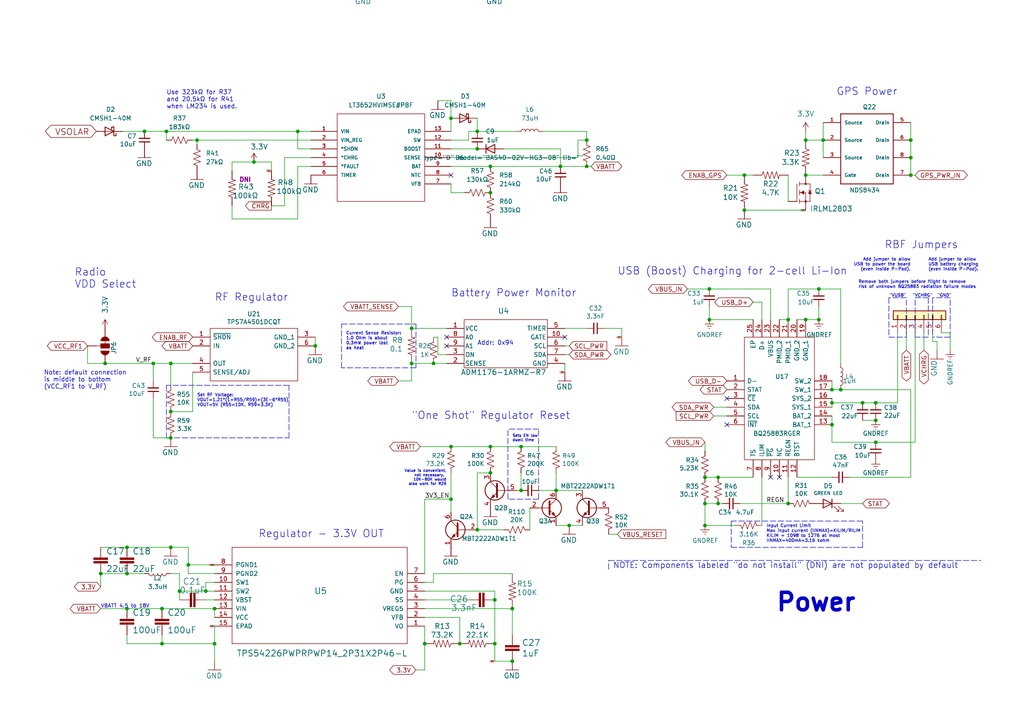
<source format=kicad_sch>
(kicad_sch (version 20211123) (generator eeschema)
  (paper "A4")
  (title_block (title "PyCubed Mainboard") (date "2021-06-09") (rev "v05c") (company "Max Holliday"))
  (junction (at 142.24 129.54))
  (junction (at 138.43 38.1))
  (junction (at 154.94 -31.75))
  (junction (at 238.76 40.64))
  (junction (at 237.49 83.82))
  (junction (at 36.83 166.37))
  (junction (at 54.61 163.83))
  (junction (at 49.53 105.41))
  (junction (at 125.73 105.41))
  (junction (at 254 116.84))
  (junction (at 130.81 144.78))
  (junction (at 215.9 60.96))
  (junction (at 151.13 142.24))
  (junction (at 133.35 186.69))
  (junction (at 151.13 129.54))
  (junction (at 215.9 50.8))
  (junction (at 142.24 48.26))
  (junction (at 52.07 171.45))
  (junction (at 170.18 48.26))
  (junction (at 143.51 -3.81))
  (junction (at 208.28 138.43))
  (junction (at 254 128.27))
  (junction (at 237.49 92.71))
  (junction (at 254 121.92))
  (junction (at 205.74 92.71))
  (junction (at 204.47 146.05))
  (junction (at 205.74 83.82))
  (junction (at 49.53 127))
  (junction (at 48.26 38.1))
  (junction (at 46.99 176.53))
  (junction (at 119.38 95.25))
  (junction (at 62.23 186.69))
  (junction (at 158.75 -16.51))
  (junction (at 241.3 116.84))
  (junction (at 165.1 152.4))
  (junction (at 143.51 173.99))
  (junction (at 105.41 -13.97))
  (junction (at 148.59 176.53))
  (junction (at 138.43 43.18))
  (junction (at 130.81 129.54))
  (junction (at 41.91 38.1))
  (junction (at 86.36 38.1))
  (junction (at 62.23 176.53))
  (junction (at 85.09 -24.13))
  (junction (at 241.3 123.19))
  (junction (at 204.47 152.4))
  (junction (at 142.24 137.16))
  (junction (at 243.84 113.03))
  (junction (at 73.66 46.99))
  (junction (at 233.68 50.8))
  (junction (at 264.16 40.64))
  (junction (at 148.59 -26.67))
  (junction (at 57.15 40.64))
  (junction (at 148.59 191.77))
  (junction (at 250.19 116.84))
  (junction (at 91.44 100.33))
  (junction (at 228.6 92.71))
  (junction (at 170.18 40.64))
  (junction (at 119.38 105.41))
  (junction (at 130.81 34.29))
  (junction (at 30.48 105.41))
  (junction (at 73.66 -29.21))
  (junction (at 228.6 146.05))
  (junction (at 49.53 158.75))
  (junction (at 149.86 -49.53))
  (junction (at 123.19 186.69))
  (junction (at 162.56 48.26))
  (junction (at 204.47 138.43))
  (junction (at 36.83 176.53))
  (junction (at 44.45 105.41))
  (junction (at 143.51 -16.51))
  (junction (at 161.29 142.24))
  (junction (at 29.21 166.37))
  (junction (at 233.68 92.71))
  (junction (at 142.24 55.88))
  (junction (at 264.16 45.72))
  (junction (at 148.59 -19.05))
  (junction (at 36.83 158.75))
  (junction (at 264.16 50.8))
  (junction (at 59.69 171.45))
  (junction (at 82.55 -13.97))
  (junction (at 233.68 40.64))
  (junction (at 52.07 -29.21))
  (junction (at 241.3 113.03))
  (junction (at 105.41 -19.05))
  (junction (at 46.99 186.69))
  (junction (at 138.43 153.67))
  (junction (at 49.53 119.38))
  (junction (at 143.51 186.69))
  (junction (at 208.28 146.05))
  (junction (at 74.93 -44.45))
  (no_connect (at 210.82 115.57))
  (no_connect (at 163.83 97.79))
  (no_connect (at 129.54 100.33))
  (no_connect (at 210.82 123.19))
  (no_connect (at 129.54 97.79))
  (no_connect (at 223.52 138.43))
  (no_connect (at 130.81 50.8))
  (no_connect (at 226.06 138.43))
  (wire (pts (xy 148.59 -19.05) (xy 138.43 -19.05)))
  (wire (pts (xy 148.59 176.53) (xy 148.59 184.15)))
  (wire (pts (xy 97.79 -34.29) (xy 97.79 -39.37)))
  (wire (pts (xy 264.16 35.56) (xy 264.16 40.64)))
  (wire (pts (xy 168.91 152.4) (xy 165.1 152.4)))
  (wire (pts (xy 86.36 43.18) (xy 90.17 43.18)))
  (wire (pts (xy 273.05 96.52) (xy 275.59 96.52)))
  (wire (pts (xy 238.76 45.72) (xy 238.76 40.64)))
  (wire (pts (xy 125.73 168.91) (xy 123.19 168.91)))
  (wire (pts (xy 264.16 113.03) (xy 264.16 138.43)))
  (wire (pts (xy 154.94 -31.75) (xy 157.48 -31.75)))
  (wire (pts (xy 138.43 153.67) (xy 138.43 137.16)))
  (wire (pts (xy 156.21 142.24) (xy 161.29 142.24)))
  (wire (pts (xy 167.64 40.64) (xy 170.18 40.64)))
  (wire (pts (xy 49.53 105.41) (xy 55.88 105.41)))
  (wire (pts (xy 179.07 154.94) (xy 176.53 154.94)))
  (wire (pts (xy 162.56 48.26) (xy 170.18 48.26)))
  (wire (pts (xy 86.36 48.26) (xy 86.36 63.5)))
  (polyline (pts (xy 275.59 97.79) (xy 275.59 86.36)))
  (wire (pts (xy 102.87 -19.05) (xy 105.41 -19.05)))
  (wire (pts (xy 204.47 128.27) (xy 204.47 130.81)))
  (wire (pts (xy 275.59 96.52) (xy 275.59 101.6)))
  (wire (pts (xy 158.75 -19.05) (xy 158.75 -16.51)))
  (wire (pts (xy 59.69 -52.07) (xy 74.93 -52.07)))
  (wire (pts (xy 73.66 46.99) (xy 67.31 46.99)))
  (wire (pts (xy 121.92 129.54) (xy 130.81 129.54)))
  (wire (pts (xy 44.45 127) (xy 49.53 127)))
  (wire (pts (xy 40.64 -29.21) (xy 52.07 -29.21)))
  (wire (pts (xy 250.19 121.92) (xy 254 121.92)))
  (wire (pts (xy 142.24 48.26) (xy 162.56 48.26)))
  (wire (pts (xy 238.76 40.64) (xy 238.76 35.56)))
  (wire (pts (xy 170.18 48.26) (xy 171.45 48.26)))
  (wire (pts (xy 52.07 -16.51) (xy 52.07 -13.97)))
  (wire (pts (xy 36.83 186.69) (xy 36.83 184.15)))
  (wire (pts (xy 102.87 -26.67) (xy 85.09 -26.67)))
  (wire (pts (xy 146.05 -29.21) (xy 146.05 -31.75)))
  (wire (pts (xy 220.98 87.63) (xy 220.98 92.71)))
  (wire (pts (xy 48.26 38.1) (xy 86.36 38.1)))
  (wire (pts (xy 82.55 -21.59) (xy 82.55 -13.97)))
  (wire (pts (xy 125.73 105.41) (xy 129.54 105.41)))
  (wire (pts (xy 105.41 -24.13) (xy 105.41 -19.05)))
  (wire (pts (xy 241.3 120.65) (xy 241.3 123.19)))
  (wire (pts (xy 163.83 95.25) (xy 170.18 95.25)))
  (wire (pts (xy 218.44 87.63) (xy 220.98 87.63)))
  (wire (pts (xy 130.81 34.29) (xy 130.81 38.1)))
  (wire (pts (xy 130.81 45.72) (xy 167.64 45.72)))
  (polyline (pts (xy 156.21 144.78) (xy 147.32 144.78)))
  (wire (pts (xy 243.84 146.05) (xy 250.19 146.05)))
  (wire (pts (xy 165.1 102.87) (xy 163.83 102.87)))
  (wire (pts (xy 46.99 186.69) (xy 62.23 186.69)))
  (wire (pts (xy 148.59 -21.59) (xy 148.59 -19.05)))
  (wire (pts (xy 130.81 40.64) (xy 135.89 40.64)))
  (wire (pts (xy 165.1 100.33) (xy 163.83 100.33)))
  (wire (pts (xy 260.35 116.84) (xy 260.35 96.52)))
  (wire (pts (xy 135.89 40.64) (xy 135.89 38.1)))
  (wire (pts (xy 123.19 166.37) (xy 123.19 144.78)))
  (wire (pts (xy 151.13 129.54) (xy 161.29 129.54)))
  (wire (pts (xy 123.19 186.69) (xy 123.19 194.31)))
  (wire (pts (xy 138.43 38.1) (xy 149.86 38.1)))
  (polyline (pts (xy 176.53 165.1) (xy 176.53 162.56)))
  (wire (pts (xy 210.82 118.11) (xy 207.01 118.11)))
  (wire (pts (xy 97.79 -34.29) (xy 102.87 -34.29)))
  (polyline (pts (xy 92.71 -20.32) (xy 64.77 -20.32)))
  (wire (pts (xy 78.74 46.99) (xy 73.66 46.99)))
  (wire (pts (xy 54.61 158.75) (xy 54.61 163.83)))
  (wire (pts (xy 86.36 38.1) (xy 86.36 43.18)))
  (wire (pts (xy 231.14 92.71) (xy 233.68 92.71)))
  (wire (pts (xy 228.6 83.82) (xy 228.6 92.71)))
  (wire (pts (xy 52.07 -24.13) (xy 52.07 -29.21)))
  (wire (pts (xy 46.99 186.69) (xy 46.99 184.15)))
  (wire (pts (xy 130.81 129.54) (xy 142.24 129.54)))
  (wire (pts (xy 151.13 137.16) (xy 151.13 142.24)))
  (wire (pts (xy 148.59 -26.67) (xy 148.59 -24.13)))
  (polyline (pts (xy 48.26 111.76) (xy 48.26 127)))
  (polyline (pts (xy 265.43 97.79) (xy 265.43 86.36)))
  (wire (pts (xy 241.3 128.27) (xy 241.3 123.19)))
  (wire (pts (xy 204.47 152.4) (xy 213.36 152.4)))
  (wire (pts (xy 36.83 158.75) (xy 49.53 158.75)))
  (wire (pts (xy 59.69 171.45) (xy 59.69 168.91)))
  (wire (pts (xy 130.81 144.78) (xy 130.81 148.59)))
  (wire (pts (xy 62.23 186.69) (xy 62.23 191.77)))
  (polyline (pts (xy 147.32 144.78) (xy 147.32 124.46)))
  (wire (pts (xy 226.06 92.71) (xy 228.6 92.71)))
  (wire (pts (xy 138.43 137.16) (xy 142.24 137.16)))
  (wire (pts (xy 52.07 171.45) (xy 52.07 166.37)))
  (wire (pts (xy 62.23 181.61) (xy 62.23 186.69)))
  (wire (pts (xy 254 128.27) (xy 241.3 128.27)))
  (wire (pts (xy 73.66 -24.13) (xy 73.66 -29.21)))
  (wire (pts (xy 78.74 49.53) (xy 78.74 46.99)))
  (wire (pts (xy 62.23 173.99) (xy 59.69 173.99)))
  (wire (pts (xy 95.25 -24.13) (xy 99.06 -24.13)))
  (wire (pts (xy 44.45 115.57) (xy 44.45 127)))
  (wire (pts (xy 143.51 -13.97) (xy 143.51 -16.51)))
  (wire (pts (xy 49.53 158.75) (xy 54.61 158.75)))
  (wire (pts (xy 209.55 146.05) (xy 208.28 146.05)))
  (wire (pts (xy 210.82 120.65) (xy 207.01 120.65)))
  (polyline (pts (xy 120.65 106.68) (xy 99.06 106.68)))
  (wire (pts (xy 52.07 -44.45) (xy 52.07 -29.21)))
  (wire (pts (xy 130.81 55.88) (xy 134.62 55.88)))
  (wire (pts (xy 243.84 105.41) (xy 243.84 83.82)))
  (wire (pts (xy 90.17 48.26) (xy 86.36 48.26)))
  (wire (pts (xy 143.51 173.99) (xy 143.51 186.69)))
  (wire (pts (xy 30.48 105.41) (xy 25.4 105.41)))
  (wire (pts (xy 243.84 83.82) (xy 237.49 83.82)))
  (wire (pts (xy 29.21 166.37) (xy 36.83 166.37)))
  (wire (pts (xy 168.91 142.24) (xy 161.29 142.24)))
  (wire (pts (xy 86.36 63.5) (xy 67.31 63.5)))
  (wire (pts (xy 250.19 116.84) (xy 241.3 116.84)))
  (polyline (pts (xy 262.89 86.36) (xy 257.81 86.36)))
  (wire (pts (xy 208.28 146.05) (xy 204.47 146.05)))
  (wire (pts (xy 41.91 38.1) (xy 48.26 38.1)))
  (polyline (pts (xy 269.24 97.79) (xy 265.43 97.79)))
  (wire (pts (xy 264.16 45.72) (xy 264.16 50.8)))
  (wire (pts (xy 49.53 111.76) (xy 49.53 105.41)))
  (polyline (pts (xy 270.51 86.36) (xy 270.51 97.79)))
  (wire (pts (xy 127 102.87) (xy 129.54 102.87)))
  (wire (pts (xy 143.51 -3.81) (xy 143.51 -6.35)))
  (wire (pts (xy 123.19 181.61) (xy 123.19 186.69)))
  (polyline (pts (xy 212.09 151.13) (xy 212.09 158.75)))
  (wire (pts (xy 218.44 138.43) (xy 208.28 138.43)))
  (wire (pts (xy 153.67 153.67) (xy 153.67 147.32)))
  (polyline (pts (xy 120.65 93.98) (xy 120.65 106.68)))
  (polyline (pts (xy 83.82 127) (xy 83.82 111.76)))
  (wire (pts (xy 233.68 92.71) (xy 237.49 92.71)))
  (wire (pts (xy 78.74 59.69) (xy 82.55 59.69)))
  (wire (pts (xy 62.23 168.91) (xy 59.69 168.91)))
  (wire (pts (xy 237.49 88.9) (xy 237.49 92.71)))
  (wire (pts (xy 254 116.84) (xy 250.19 116.84)))
  (wire (pts (xy 119.38 105.41) (xy 119.38 110.49)))
  (wire (pts (xy 138.43 34.29) (xy 138.43 38.1)))
  (wire (pts (xy 241.3 110.49) (xy 241.3 113.03)))
  (wire (pts (xy 148.59 -29.21) (xy 171.45 -29.21)))
  (wire (pts (xy 52.07 173.99) (xy 52.07 171.45)))
  (wire (pts (xy 49.53 166.37) (xy 52.07 166.37)))
  (wire (pts (xy 29.21 158.75) (xy 36.83 158.75)))
  (wire (pts (xy 115.57 110.49) (xy 119.38 110.49)))
  (wire (pts (xy 87.63 -24.13) (xy 85.09 -24.13)))
  (wire (pts (xy 165.1 152.4) (xy 161.29 152.4)))
  (wire (pts (xy 44.45 110.49) (xy 44.45 105.41)))
  (wire (pts (xy 35.56 38.1) (xy 41.91 38.1)))
  (wire (pts (xy 154.94 -49.53) (xy 149.86 -49.53)))
  (wire (pts (xy 241.3 115.57) (xy 241.3 116.84)))
  (wire (pts (xy 264.16 40.64) (xy 264.16 45.72)))
  (wire (pts (xy 163.83 107.95) (xy 163.83 105.41)))
  (wire (pts (xy 270.51 96.52) (xy 270.51 99.06)))
  (polyline (pts (xy 250.19 151.13) (xy 212.09 151.13)))
  (wire (pts (xy 208.28 138.43) (xy 204.47 138.43)))
  (wire (pts (xy 233.68 40.64) (xy 233.68 38.1)))
  (polyline (pts (xy 99.06 93.98) (xy 120.65 93.98)))
  (wire (pts (xy 44.45 105.41) (xy 49.53 105.41)))
  (wire (pts (xy 123.19 171.45) (xy 143.51 171.45)))
  (wire (pts (xy 86.36 38.1) (xy 90.17 38.1)))
  (wire (pts (xy 143.51 -49.53) (xy 143.51 -46.99)))
  (wire (pts (xy 138.43 -29.21) (xy 146.05 -29.21)))
  (wire (pts (xy 237.49 83.82) (xy 228.6 83.82)))
  (wire (pts (xy 115.57 88.9) (xy 119.38 88.9)))
  (polyline (pts (xy 212.09 158.75) (xy 250.19 158.75)))
  (wire (pts (xy 270.51 99.06) (xy 271.78 99.06)))
  (wire (pts (xy 99.06 -16.51) (xy 99.06 -24.13)))
  (wire (pts (xy 148.59 166.37) (xy 125.73 166.37)))
  (wire (pts (xy 238.76 40.64) (xy 233.68 40.64)))
  (wire (pts (xy 73.66 -29.21) (xy 52.07 -29.21)))
  (wire (pts (xy 74.93 -44.45) (xy 69.85 -44.45)))
  (wire (pts (xy 223.52 83.82) (xy 205.74 83.82)))
  (wire (pts (xy 119.38 95.25) (xy 119.38 88.9)))
  (wire (pts (xy 149.86 -49.53) (xy 143.51 -49.53)))
  (wire (pts (xy 223.52 92.71) (xy 223.52 83.82)))
  (wire (pts (xy 233.68 60.96) (xy 215.9 60.96)))
  (wire (pts (xy 138.43 -16.51) (xy 143.51 -16.51)))
  (wire (pts (xy 54.61 166.37) (xy 62.23 166.37)))
  (polyline (pts (xy 275.59 86.36) (xy 270.51 86.36)))
  (polyline (pts (xy 64.77 -3.81) (xy 92.71 -3.81)))
  (wire (pts (xy 133.35 179.07) (xy 133.35 186.69)))
  (wire (pts (xy 139.7 -44.45) (xy 74.93 -44.45)))
  (wire (pts (xy 29.21 170.18) (xy 29.21 166.37)))
  (wire (pts (xy 254 116.84) (xy 260.35 116.84)))
  (wire (pts (xy 241.3 138.43) (xy 231.14 138.43)))
  (wire (pts (xy 241.3 116.84) (xy 241.3 118.11)))
  (polyline (pts (xy 275.59 97.79) (xy 270.51 97.79)))
  (wire (pts (xy 82.55 45.72) (xy 90.17 45.72)))
  (wire (pts (xy 92.71 -13.97) (xy 105.41 -13.97)))
  (wire (pts (xy 135.89 38.1) (xy 138.43 38.1)))
  (wire (pts (xy 30.48 105.41) (xy 44.45 105.41)))
  (wire (pts (xy 25.4 105.41) (xy 25.4 100.33)))
  (wire (pts (xy 48.26 38.1) (xy 48.26 40.64)))
  (wire (pts (xy 138.43 -24.13) (xy 135.89 -24.13)))
  (polyline (pts (xy 92.71 -3.81) (xy 92.71 -20.32)))
  (wire (pts (xy 123.19 176.53) (xy 148.59 176.53)))
  (wire (pts (xy 130.81 43.18) (xy 138.43 43.18)))
  (polyline (pts (xy 48.26 127) (xy 83.82 127)))
  (wire (pts (xy 254 128.27) (xy 265.43 128.27)))
  (wire (pts (xy 119.38 105.41) (xy 125.73 105.41)))
  (polyline (pts (xy 262.89 97.79) (xy 262.89 86.36)))
  (wire (pts (xy 180.34 97.79) (xy 180.34 95.25)))
  (wire (pts (xy 143.51 191.77) (xy 148.59 191.77)))
  (wire (pts (xy 91.44 100.33) (xy 91.44 97.79)))
  (wire (pts (xy 146.05 -31.75) (xy 154.94 -31.75)))
  (polyline (pts (xy 64.77 -20.32) (xy 64.77 -3.81)))
  (wire (pts (xy 130.81 137.16) (xy 130.81 144.78)))
  (wire (pts (xy 220.98 152.4) (xy 220.98 138.43)))
  (polyline (pts (xy 257.81 86.36) (xy 257.81 97.79)))
  (wire (pts (xy 205.74 83.82) (xy 199.39 83.82)))
  (wire (pts (xy 82.55 -21.59) (xy 102.87 -21.59)))
  (wire (pts (xy 123.19 173.99) (xy 135.89 173.99)))
  (wire (pts (xy 57.15 40.64) (xy 90.17 40.64)))
  (wire (pts (xy 130.81 48.26) (xy 142.24 48.26)))
  (wire (pts (xy 59.69 -44.45) (xy 52.07 -44.45)))
  (wire (pts (xy 36.83 176.53) (xy 46.99 176.53)))
  (polyline (pts (xy 269.24 86.36) (xy 269.24 97.79)))
  (wire (pts (xy 180.34 95.25) (xy 175.26 95.25)))
  (wire (pts (xy 123.19 194.31) (xy 120.65 194.31)))
  (wire (pts (xy 148.59 -26.67) (xy 148.59 -29.21)))
  (wire (pts (xy 82.55 -13.97) (xy 73.66 -13.97)))
  (wire (pts (xy 135.89 -3.81) (xy 143.51 -3.81)))
  (wire (pts (xy 127 29.21) (xy 130.81 29.21)))
  (wire (pts (xy 82.55 59.69) (xy 82.55 45.72)))
  (wire (pts (xy 264.16 50.8) (xy 265.43 50.8)))
  (wire (pts (xy 138.43 -26.67) (xy 148.59 -26.67)))
  (wire (pts (xy 205.74 88.9) (xy 205.74 92.71)))
  (wire (pts (xy 148.59 -24.13) (xy 151.13 -24.13)))
  (wire (pts (xy 102.87 -24.13) (xy 105.41 -24.13)))
  (wire (pts (xy 154.94 -46.99) (xy 154.94 -49.53)))
  (wire (pts (xy 143.51 171.45) (xy 143.51 173.99)))
  (wire (pts (xy 105.41 -13.97) (xy 105.41 -3.81)))
  (wire (pts (xy 57.15 41.91) (xy 57.15 40.64)))
  (wire (pts (xy 167.64 45.72) (xy 167.64 40.64)))
  (wire (pts (xy 143.51 -31.75) (xy 143.51 -36.83)))
  (wire (pts (xy 123.19 179.07) (xy 133.35 179.07)))
  (wire (pts (xy 271.78 99.06) (xy 271.78 101.6)))
  (wire (pts (xy 166.37 -24.13) (xy 161.29 -24.13)))
  (wire (pts (xy 243.84 113.03) (xy 264.16 113.03)))
  (polyline (pts (xy 156.21 144.78) (xy 156.21 124.46)))
  (wire (pts (xy 105.41 -19.05) (xy 105.41 -13.97)))
  (wire (pts (xy 44.45 -52.07) (xy 49.53 -52.07)))
  (wire (pts (xy 228.6 58.42) (xy 228.6 50.8)))
  (wire (pts (xy 127 102.87) (xy 127 97.79)))
  (wire (pts (xy 85.09 -24.13) (xy 82.55 -24.13)))
  (polyline (pts (xy 257.81 97.79) (xy 262.89 97.79)))
  (wire (pts (xy 228.6 138.43) (xy 228.6 146.05)))
  (wire (pts (xy 146.05 153.67) (xy 138.43 153.67)))
  (wire (pts (xy 67.31 46.99) (xy 67.31 49.53)))
  (wire (pts (xy 97.79 -39.37) (xy 87.63 -39.37)))
  (wire (pts (xy 46.99 176.53) (xy 62.23 176.53)))
  (wire (pts (xy 204.47 146.05) (xy 204.47 152.4)))
  (wire (pts (xy 139.7 -34.29) (xy 139.7 -44.45)))
  (polyline (pts (xy 176.53 162.56) (xy 284.48 162.56)))
  (wire (pts (xy 62.23 179.07) (xy 62.23 176.53)))
  (wire (pts (xy 143.51 -16.51) (xy 158.75 -16.51)))
  (wire (pts (xy 262.89 101.6) (xy 262.89 96.52)))
  (wire (pts (xy 138.43 -31.75) (xy 143.51 -31.75)))
  (wire (pts (xy 85.09 -24.13) (xy 85.09 -26.67)))
  (wire (pts (xy 154.94 -36.83) (xy 154.94 -31.75)))
  (wire (pts (xy 67.31 63.5) (xy 67.31 59.69)))
  (wire (pts (xy 142.24 129.54) (xy 151.13 129.54)))
  (wire (pts (xy 157.48 38.1) (xy 170.18 38.1)))
  (polyline (pts (xy 99.06 106.68) (xy 99.06 93.98)))
  (wire (pts (xy 54.61 163.83) (xy 54.61 166.37)))
  (wire (pts (xy 130.81 34.29) (xy 130.81 29.21)))
  (wire (pts (xy 36.83 166.37) (xy 41.91 166.37)))
  (wire (pts (xy 62.23 171.45) (xy 59.69 171.45)))
  (wire (pts (xy 138.43 -34.29) (xy 139.7 -34.29)))
  (wire (pts (xy 135.89 -24.13) (xy 135.89 -3.81)))
  (polyline (pts (xy 83.82 111.76) (xy 48.26 111.76)))
  (wire (pts (xy 241.3 113.03) (xy 243.84 113.03)))
  (wire (pts (xy 143.51 191.77) (xy 143.51 186.69)))
  (wire (pts (xy 215.9 50.8) (xy 210.82 50.8)))
  (wire (pts (xy 149.86 142.24) (xy 151.13 142.24)))
  (polyline (pts (xy 156.21 124.46) (xy 147.32 124.46)))
  (wire (pts (xy 36.83 186.69) (xy 46.99 186.69)))
  (wire (pts (xy 161.29 137.16) (xy 161.29 142.24)))
  (wire (pts (xy 238.76 50.8) (xy 233.68 50.8)))
  (wire (pts (xy 246.38 138.43) (xy 264.16 138.43)))
  (wire (pts (xy 130.81 53.34) (xy 130.81 55.88)))
  (wire (pts (xy 267.97 101.6) (xy 267.97 96.52)))
  (polyline (pts (xy 250.19 158.75) (xy 250.19 151.13)))
  (wire (pts (xy 55.88 40.64) (xy 57.15 40.64)))
  (wire (pts (xy 205.74 92.71) (xy 218.44 92.71)))
  (wire (pts (xy 119.38 95.25) (xy 129.54 95.25)))
  (wire (pts (xy 102.87 -29.21) (xy 73.66 -29.21)))
  (wire (pts (xy 127 97.79) (xy 125.73 97.79)))
  (wire (pts (xy 55.88 119.38) (xy 55.88 107.95)))
  (wire (pts (xy 162.56 43.18) (xy 162.56 48.26)))
  (wire (pts (xy 146.05 43.18) (xy 162.56 43.18)))
  (wire (pts (xy 158.75 -16.51) (xy 171.45 -16.51)))
  (wire (pts (xy 123.19 144.78) (xy 130.81 144.78)))
  (wire (pts (xy 62.23 163.83) (xy 54.61 163.83)))
  (polyline (pts (xy 265.43 86.36) (xy 269.24 86.36)))
  (wire (pts (xy 102.87 -31.75) (xy 82.55 -31.75)))
  (wire (pts (xy 59.69 171.45) (xy 52.07 171.45)))
  (wire (pts (xy 214.63 146.05) (xy 228.6 146.05)))
  (wire (pts (xy 36.83 176.53) (xy 29.21 176.53)))
  (wire (pts (xy 265.43 128.27) (xy 265.43 96.52)))
  (wire (pts (xy 74.93 -44.45) (xy 74.93 -52.07)))
  (wire (pts (xy 218.44 50.8) (xy 215.9 50.8)))
  (wire (pts (xy 49.53 119.38) (xy 55.88 119.38)))
  (wire (pts (xy 125.73 166.37) (xy 125.73 168.91)))
  (wire (pts (xy 102.87 -16.51) (xy 99.06 -16.51)))
  (wire (pts (xy 170.18 38.1) (xy 170.18 40.64)))
  (text "Addr: 0x94" (at 138.43 100.33 0) (effects (font (size 1.27 1.27)) (justify left bottom)))
  (text "L1_PROG\nmonitors charge current using:\nIchrg=988*Vprog/Rprog\n3.01K = 400mA max charge current\n" (at 168.91 -20.32 0) (effects (font (size 0.889 0.889)) (justify left bottom)))
  (text "VSOLAR 9V to 40V" (at 20.32 -34.29 0) (effects (font (size 2.159 2.159)) (justify left bottom)))
  (text "USB (Boost) Charging for 2-cell Li-Ion" (at 179.07 80.01 0) (effects (font (size 2.159 2.159)) (justify left bottom)))
  (text "Input Current Limit\nMax input current (IINMAX)=KILIM/RILIM\nKILIM = 1098 to 1276 at most\nIINMAX=400mA=3.16 kohm" (at 222.25 157.48 0) (effects (font (size 0.889 0.889)) (justify left bottom)))
  (text "GPS Power" (at 242.57 27.94 0) (effects (font (size 2.159 2.159)) (justify left bottom)))
  (text "Power" (at 224.79 177.8 0) (effects (font (size 5.08 5.08) (thickness 1.016) bold) (justify left bottom)))
  (text "\"VUSB\"" (at 262.89 86.36 180) (effects (font (size 0.889 0.889)) (justify right bottom)))
  (text "\"One Shot\" Regulator Reset" (at 119.38 121.92 0) (effects (font (size 2.159 2.159)) (justify left bottom)))
  (text "Remove both jumpers before flight to remove\nrisk of unknown BQ25883 radiation failure modes\n" (at 248.92 83.82 0) (effects (font (size 0.889 0.889)) (justify left bottom)))
  (text "Radio\nVDD Select" (at 21.59 83.82 0) (effects (font (size 2.159 2.159)) (justify left bottom)))
  (text "Battery Power Monitor" (at 130.81 86.36 0) (effects (font (size 2.159 2.159)) (justify left bottom)))
  (text "VBATT 4.5 to 18V" (at 29.21 176.53 0) (effects (font (size 1.0668 1.0668)) (justify left bottom)))
  (text "Use 323kΩ for R37 \nand 20.5kΩ for R41 \nwhen LM234 is used." (at 48.26 31.75 0) (effects (font (size 1.27 1.27)) (justify left bottom)))
  (text "RF Regulator" (at 62.23 87.63 0) (effects (font (size 2.159 2.159)) (justify left bottom)))
  (text "Current Sense Resistor:\n1.0 Ohm is about \n0.3mW power lost\nas heat" (at 100.33 101.6 0) (effects (font (size 0.889 0.889)) (justify left bottom)))
  (text "Value is convenient,\nnot necessary. \n10K-80K would\nalso work for R29" (at 129.54 140.97 0) (effects (font (size 0.7874 0.7874)) (justify right bottom)))
  (text "\"GND\"" (at 271.78 86.36 0) (effects (font (size 0.889 0.889)) (justify left bottom)))
  (text "Note: ask about R18" (at 165.1 -50.8 0) (effects (font (size 1.27 1.27)) (justify left bottom)))
  (text "Vfloat=8.4V\n(2S Li-ion)" (at 161.29 -12.7 0) (effects (font (size 0.889 0.889)) (justify left bottom)))
  (text "MPPT on by default" (at 66.04 -11.43 0) (effects (font (size 0.9906 0.9906) (thickness 0.1981) bold) (justify left bottom)))
  (text "Add jumper to allow\nUSB to power the board\n(even inside P-Pod).\n" (at 264.16 78.74 0) (effects (font (size 0.889 0.889)) (justify right bottom)))
  (text "Note: default connection \nis middle to bottom \n(VCC_RF1 to V_RF)" (at 12.7 113.03 0) (effects (font (size 1.27 1.27)) (justify left bottom)))
  (text "\nMPPT=75% Voc\nR11=787K, R12=121K\nTo disable MPTT:\nR11=10k; R12=DNI" (at 66.04 -5.08 0) (effects (font (size 0.889 0.889)) (justify left bottom)))
  (text "Regulator - 3.3V OUT" (at 74.93 156.21 0) (effects (font (size 2.159 2.159)) (justify left bottom)))
  (text "Populating R9=107K,R10=464K\nsets turn-on voltage to 12V (solar input). \nUse this to tune efficiency.\nOtherwise, DNI R9 and place 0 ohm\njumper on R10" (at 60.96 -53.34 0) (effects (font (size 0.889 0.889)) (justify left bottom)))
  (text "\"VCHRG\"" (at 270.51 86.36 180) (effects (font (size 0.889 0.889)) (justify right bottom)))
  (text "Set RF Voltage:\nVOUT=1.21*(1+R55/R59)+(3E-6*R55)\nVOUT=5V (R55=10K, R59=3.3K)\n" (at 57.15 118.11 0) (effects (font (size 0.889 0.889)) (justify left bottom)))
  (text "2S Li-Ion Battery Solar Charging Circuit" (at 91.44 -58.42 0) (effects (font (size 2.159 2.159)) (justify left bottom)))
  (text "NOTE: Components labeled \"do not install\" (DNI) are not populated by default" (at 177.8 165.1 0) (effects (font (size 1.651 1.651)) (justify left bottom)))
  (text "RBF Jumpers" (at 256.54 72.39 0) (effects (font (size 2.159 2.159)) (justify left bottom)))
  (text "Add jumper to allow\nUSB battery charging\n(even inside P-Pod).\n" (at 269.24 78.74 0) (effects (font (size 0.889 0.889)) (justify left bottom)))
  (text "Sets EN low\ndwell time" (at 148.59 128.27 0) (effects (font (size 0.7874 0.7874)) (justify left bottom)))
  (label "3V3_EN" (at 123.19 144.78 0))
  (label "REGN" (at 222.25 146.05 0))
  (label "V_RF" (at 39.37 105.41 0))
  (global_label "GND" (shape bidirectional) (at 62.23 181.61 180) (effects (font (size 0.254 0.254))) (property "Intersheet References" "${INTERSHEET_REFS}" (effects hide)))
  (global_label "VSOLAR" (shape bidirectional) (at 27.94 38.1 180) (effects (font (size 1.778 1.778))) (property "Intersheet References" "${INTERSHEET_REFS}" (effects hide)))
  (global_label "VBUS_IN" (shape bidirectional) (at 199.39 83.82 180) (property "Intersheet References" "${INTERSHEET_REFS}" (effects hide)))
  (global_label "3.3V" (shape bidirectional) (at 29.21 170.18 180) (property "Intersheet References" "${INTERSHEET_REFS}" (effects hide)))
  (global_label "GND" (shape bidirectional) (at 143.51 -3.81 180) (effects (font (size 0.254 0.254))) (property "Intersheet References" "${INTERSHEET_REFS}" (effects hide)))
  (global_label "ENAB_RF" (shape bidirectional) (at 55.88 97.79 180) (property "Intersheet References" "${INTERSHEET_REFS}" (effects hide)))
  (global_label "VBATT" (shape bidirectional) (at 171.45 48.26 0) (property "Intersheet References" "${INTERSHEET_REFS}" (effects hide)))
  (global_label "SDA_PWR" (shape bidirectional) (at 165.1 102.87 0) (property "Intersheet References" "${INTERSHEET_REFS}" (effects hide)))
  (global_label "GPS_PWR_IN" (shape bidirectional) (at 265.43 50.8 0) (property "Intersheet References" "${INTERSHEET_REFS}" (effects hide)))
  (global_label "VBATT" (shape bidirectional) (at 121.92 129.54 180) (property "Intersheet References" "${INTERSHEET_REFS}" (effects hide)))
  (global_label "L1_PROG" (shape bidirectional) (at 171.45 -29.21 0) (property "Intersheet References" "${INTERSHEET_REFS}" (effects hide)))
  (global_label "VSOLAR" (shape bidirectional) (at 40.64 -29.21 180) (effects (font (size 1.778 1.778))) (property "Intersheet References" "${INTERSHEET_REFS}" (effects hide)))
  (global_label "VBATT" (shape bidirectional) (at 29.21 176.53 180) (property "Intersheet References" "${INTERSHEET_REFS}" (effects hide)))
  (global_label "GND" (shape bidirectional) (at 163.83 107.95 180) (effects (font (size 0.254 0.254))) (property "Intersheet References" "${INTERSHEET_REFS}" (effects hide)))
  (global_label "STAT" (shape bidirectional) (at 210.82 113.03 180) (property "Intersheet References" "${INTERSHEET_REFS}" (effects hide)))
  (global_label "GND" (shape bidirectional) (at 52.07 -16.51 180) (effects (font (size 0.254 0.254))) (property "Intersheet References" "${INTERSHEET_REFS}" (effects hide)))
  (global_label "SDA_PWR" (shape bidirectional) (at 207.01 118.11 180) (property "Intersheet References" "${INTERSHEET_REFS}" (effects hide)))
  (global_label "3.3V" (shape bidirectional) (at 78.74 49.53 180) (effects (font (size 0.254 0.254))) (property "Intersheet References" "${INTERSHEET_REFS}" (effects hide)))
  (global_label "VBUS_RESET" (shape input) (at 179.07 154.94 0) (property "Intersheet References" "${INTERSHEET_REFS}" (effects hide)))
  (global_label "USB_D+" (shape bidirectional) (at 218.44 87.63 180) (property "Intersheet References" "${INTERSHEET_REFS}" (effects hide)))
  (global_label "GND" (shape bidirectional) (at 102.87 -24.13 180) (effects (font (size 0.254 0.254))) (property "Intersheet References" "${INTERSHEET_REFS}" (effects hide)))
  (global_label "SCL_PWR" (shape input) (at 207.01 120.65 180) (property "Intersheet References" "${INTERSHEET_REFS}" (effects hide)))
  (global_label "3.3V" (shape bidirectional) (at 154.94 -46.99 180) (effects (font (size 0.254 0.254))) (property "Intersheet References" "${INTERSHEET_REFS}" (effects hide)))
  (global_label "VBATT_SENSE" (shape bidirectional) (at 115.57 88.9 180) (property "Intersheet References" "${INTERSHEET_REFS}" (effects hide)))
  (global_label "GND" (shape bidirectional) (at 233.68 60.96 180) (effects (font (size 0.254 0.254))) (property "Intersheet References" "${INTERSHEET_REFS}" (effects hide)))
  (global_label "GND" (shape bidirectional) (at 143.51 191.77 180) (effects (font (size 0.254 0.254))) (property "Intersheet References" "${INTERSHEET_REFS}" (effects hide)))
  (global_label "VBATT" (shape bidirectional) (at 262.89 101.6 270) (property "Intersheet References" "${INTERSHEET_REFS}" (effects hide)))
  (global_label "VBATT" (shape bidirectional) (at 171.45 -16.51 0) (property "Intersheet References" "${INTERSHEET_REFS}" (effects hide)))
  (global_label "VBATT" (shape bidirectional) (at 55.88 100.33 180) (property "Intersheet References" "${INTERSHEET_REFS}" (effects hide)))
  (global_label "VBUS_IN" (shape bidirectional) (at 204.47 128.27 180) (property "Intersheet References" "${INTERSHEET_REFS}" (effects hide)))
  (global_label "GND" (shape bidirectional) (at 44.45 -52.07 180) (effects (font (size 0.254 0.254))) (property "Intersheet References" "${INTERSHEET_REFS}" (effects hide)))
  (global_label "USB_D-" (shape bidirectional) (at 210.82 110.49 180) (property "Intersheet References" "${INTERSHEET_REFS}" (effects hide)))
  (global_label "GND" (shape bidirectional) (at 180.34 97.79 180) (effects (font (size 0.254 0.254))) (property "Intersheet References" "${INTERSHEET_REFS}" (effects hide)))
  (global_label "VCHRG" (shape bidirectional) (at 267.97 101.6 270) (property "Intersheet References" "${INTERSHEET_REFS}" (effects hide)))
  (global_label "GND" (shape bidirectional) (at 80.01 -39.37 180) (effects (font (size 0.254 0.254))) (property "Intersheet References" "${INTERSHEET_REFS}" (effects hide)))
  (global_label "VCC_RF1" (shape bidirectional) (at 25.4 100.33 180) (property "Intersheet References" "${INTERSHEET_REFS}" (effects hide)))
  (global_label "SCL_PWR" (shape input) (at 165.1 100.33 0) (property "Intersheet References" "${INTERSHEET_REFS}" (effects hide)))
  (global_label "VBATT" (shape bidirectional) (at 115.57 110.49 180) (property "Intersheet References" "${INTERSHEET_REFS}" (effects hide)))
  (global_label "ENAB_GPS" (shape bidirectional) (at 210.82 50.8 180) (property "Intersheet References" "${INTERSHEET_REFS}" (effects hide)))
  (global_label "STAT" (shape bidirectional) (at 250.19 146.05 0) (property "Intersheet References" "${INTERSHEET_REFS}" (effects hide)))
  (global_label "GND" (shape bidirectional) (at 62.23 163.83 180) (effects (font (size 0.254 0.254))) (property "Intersheet References" "${INTERSHEET_REFS}" (effects hide)))
  (global_label "~{CHRG}" (shape output) (at 78.74 59.69 180) (property "Intersheet References" "${INTERSHEET_REFS}" (effects hide)))
  (global_label "~{CHRG}" (shape output) (at 157.48 -31.75 0) (property "Intersheet References" "${INTERSHEET_REFS}" (effects hide)))
  (global_label "GND" (shape bidirectional) (at 166.37 -24.13 180) (effects (font (size 0.254 0.254))) (property "Intersheet References" "${INTERSHEET_REFS}" (effects hide)))
  (global_label "3.3V" (shape bidirectional) (at 120.65 194.31 180) (property "Intersheet References" "${INTERSHEET_REFS}" (effects hide)))
  (symbol (lib_id "mainboard:GND") (at 44.45 -49.53 0) (unit 1)
    (property "Reference" "#GND013" (effects hide))
    (property "Value" "GND" (at 41.91 -46.99 0) (effects (font (size 1.4986 1.4986)) (justify left bottom)))
  )
  (symbol (lib_id "mainboard:1.0UF-0603-16V-10%") (at 57.15 173.99 90) (unit 1)
    (property "Reference" "C21" (at 58.42 167.64 90) (effects (font (size 1.778 1.778)) (justify left bottom)))
    (property "Value" "0.1uF" (at 59.69 170.18 90) (effects (font (size 1.778 1.778)) (justify left bottom)))
    (property "Footprint" "Capacitor_SMD:C_0603_1608Metric" (effects hide))
    (property "Description" "0.1uF +-10% 50V X7R 0603" (effects hide))
  )
  (symbol (lib_id "mainboard:R-US_R0603") (at 138.43 186.69 180) (unit 1)
    (property "Reference" "R14" (at 138.43 181.61 0) (effects (font (size 1.4986 1.4986))))
    (property "Value" "22.1K" (at 138.43 184.15 0) (effects (font (size 1.4986 1.4986))))
    (property "Footprint" "Resistor_SMD:R_0603_1608Metric" (effects hide))
    (property "Description" "22.1K 0603" (effects hide))
  )
  (symbol (lib_id "mainboard:10UF-0603-6.3V-20%") (at 52.07 -19.05 0) (unit 1)
    (property "Reference" "C22" (at 53.594 -21.971 0) (effects (font (size 1.778 1.778)) (justify left bottom)))
    (property "Value" "10uF" (at 53.594 -16.891 0) (effects (font (size 1.778 1.778)) (justify left bottom)))
    (property "Footprint" "Capacitor_SMD:C_0603_1608Metric" (effects hide))
    (property "Description" "10uF +-20% 10V X5R" (effects hide))
  )
  (symbol (lib_id "mainboard:GND") (at 143.51 -1.27 0) (unit 1)
    (property "Reference" "#GND019" (effects hide))
    (property "Value" "GND" (at 140.97 1.27 0) (effects (font (size 1.4986 1.4986)) (justify left bottom)))
  )
  (symbol (lib_id "mainboard:GND") (at 166.37 -21.59 0) (unit 1)
    (property "Reference" "#GND021" (effects hide))
    (property "Value" "GND" (at 163.83 -19.05 0) (effects (font (size 1.4986 1.4986)) (justify left bottom)))
  )
  (symbol (lib_id "mainboard:R-US_R2512") (at 119.38 100.33 90) (unit 1)
    (property "Reference" "R8" (at 116.84 97.79 90) (effects (font (size 1.4986 1.4986)) (justify left bottom)))
    (property "Value" "0.1" (at 116.84 100.33 90) (effects (font (size 1.4986 1.4986)) (justify left bottom)))
    (property "Footprint" "Resistor_SMD:R_2512_6332Metric" (effects hide))
    (property "Description" "0.1 1% 2W 2512" (effects hide))
  )
  (symbol (lib_id "mainboard:3.3V") (at 233.68 38.1 0) (unit 1)
    (property "Reference" "#SUPPLY06" (effects hide))
    (property "Value" "3.3V" (at 233.68 33.02 0) (effects (font (size 1.4986 1.4986))))
  )
  (symbol (lib_id "mainboard:IRLML2803TRPBF") (at 231.14 55.88 0) (unit 1)
    (property "Reference" "Q1" (at 236.22 54.61 0) (effects (font (size 1.4986 1.4986)) (justify left top)))
    (property "Value" "IRLML2803" (at 234.95 59.69 0) (effects (font (size 1.4986 1.4986)) (justify left top)))
    (property "Footprint" "mainboard:SOT-23" (effects hide))
    (property "Datasheet" "https://www.infineon.com/dgdl/irlml2803pbf.pdf?fileId=5546d462533600a4015356682aff260f" (effects hide))
    (property "Description" "Single N-Channel MOSFET" (effects hide))
    (property "Flight" "IRLML2803" (effects hide))
    (property "Manufacturer_Name" "Infineon Technologies" (effects hide))
    (property "Manufacturer_Part_Number" "IRLML2803TRPbF" (effects hide))
    (property "Proto" "2302" (effects hide))
  )
  (symbol (lib_id "mainboard:1.0UF-0603-16V-10%") (at 148.59 189.23 0) (unit 1)
    (property "Reference" "C27" (at 151.3332 186.4106 0) (effects (font (size 1.778 1.778)) (justify left)))
    (property "Value" "1uF" (at 151.3332 189.484 0) (effects (font (size 1.778 1.778)) (justify left)))
    (property "Footprint" "Capacitor_SMD:C_0603_1608Metric" (effects hide))
    (property "Description" "1uF 0603 X7R" (effects hide))
  )
  (symbol (lib_id "mainboard:22UF-0805-6.3V-20%") (at 29.21 163.83 0) (unit 1)
    (property "Reference" "C17" (at 30.734 160.909 0) (effects (font (size 1.778 1.778)) (justify left bottom)))
    (property "Value" "22uF" (at 30.734 165.989 0) (effects (font (size 1.778 1.778)) (justify left bottom)))
    (property "Footprint" "Capacitor_SMD:C_0603_1608Metric" (effects hide))
    (property "Description" "22uF +-20% 10V X5R" (effects hide))
  )
  (symbol (lib_id "mainboard:3.3V") (at 149.86 -49.53 0) (unit 1)
    (property "Reference" "#P+03" (effects hide))
    (property "Value" "3.3V" (at 148.844 -53.086 0) (effects (font (size 1.4986 1.4986)) (justify left bottom)))
  )
  (symbol (lib_id "mainboard:0.1UF-0603-25V-5%") (at 143.51 -8.89 0) (unit 1)
    (property "Reference" "C28" (at 145.034 -6.731 0) (effects (font (size 1.778 1.778)) (justify left bottom)))
    (property "Value" "22uF" (at 145.034 -4.191 0) (effects (font (size 1.778 1.778)) (justify left bottom)))
    (property "Footprint" "Capacitor_SMD:C_0603_1608Metric" (effects hide))
    (property "Description" "22uF +-20% 10V X5R" (effects hide))
  )
  (symbol (lib_id "mainboard:GND") (at 52.07 -11.43 0) (unit 1)
    (property "Reference" "#GND014" (effects hide))
    (property "Value" "GND" (at 49.53 -8.89 0) (effects (font (size 1.4986 1.4986)) (justify left bottom)))
  )
  (symbol (lib_id "mainboard:R-US_R0603") (at 143.51 -41.91 90) (unit 1)
    (property "Reference" "R18" (at 149.86 -43.18 90) (effects (font (size 1.4986 1.4986)) (justify left bottom)))
    (property "Value" "100k" (at 151.13 -40.64 90) (effects (font (size 1.4986 1.4986)) (justify left bottom)))
    (property "Footprint" "Resistor_SMD:R_0603_1608Metric" (effects hide))
    (property "DNI" "DNI" (at 147.32 -44.45 90) (effects (font bold)))
    (property "Description" "100K 0603" (effects hide))
  )
  (symbol (lib_id "mainboard:R-US_R0603") (at 148.59 171.45 270) (unit 1)
    (property "Reference" "R15" (at 149.86 170.18 90) (effects (font (size 1.4986 1.4986)) (justify left bottom)))
    (property "Value" "100K" (at 149.86 172.72 90) (effects (font (size 1.4986 1.4986)) (justify left bottom)))
    (property "Footprint" "Resistor_SMD:R_0603_1608Metric" (effects hide))
    (property "Description" "100K 0603" (effects hide))
  )
  (symbol (lib_id "mainboard:NDS8434") (at 251.46 43.18 0) (unit 1)
    (property "Reference" "Q22" (at 250.19 31.75 0) (effects (justify left bottom)))
    (property "Value" "NDS8434" (at 246.38 55.88 0) (effects (justify left bottom)))
    (property "Footprint" "mainboard:NDS8434" (effects hide))
    (property "Datasheet" "https://www.onsemi.com/pdf/datasheet/nds8434-d.pdf" (effects hide))
    (property "Description" "P-Channel MOSFET" (effects hide))
    (property "Flight" "NDS8434" (effects hide))
    (property "Manufacturer_Name" "ON Semiconductor" (effects hide))
    (property "Manufacturer_Part_Number" "NDS8434" (effects hide))
    (property "Proto" "DMP2022LSS-13" (effects hide))
  )
  (symbol (lib_id "Device:L") (at 91.44 -24.13 270) (unit 1)
    (property "Reference" "L3" (at 91.44 -25.4 90))
    (property "Value" "33uH" (at 91.44 -22.86 90))
    (property "Footprint" "Inductor_SMD:L_1812_4532Metric" (effects hide))
    (property "Datasheet" "https://datasheet.lcsc.com/szlcsc/1910111502_3L-COILS-SNR5040K-330M_C326321.pdf" (effects hide))
    (property "Description" "33uH Shielded Inductor" (effects hide))
    (property "Flight" "SLF6028T-330MR69-PF" (effects hide))
    (property "Manufacturer_Name" "3L COILS" (effects hide))
    (property "Manufacturer_Part_Number" "SNR5040K-330M" (effects hide))
    (property "Proto" "SNR5040K-330M" (effects hide))
  )
  (symbol (lib_id "Device:L") (at 45.72 166.37 270) (unit 1)
    (property "Reference" "L2" (at 45.72 167.64 90))
    (property "Value" "3.3uH" (at 45.72 170.18 90))
    (property "Footprint" "mainboard:L_2141" (effects hide))
    (property "Datasheet" "https://datasheet.lcsc.com/lcsc/2009171412_TAI-TECH-HPC5040NF-3R3MTH_C304367.pdf" (effects hide))
    (property "Description" "3.3uH Shielded Inductor" (effects hide))
    (property "Flight" "SPM5030T-3R3M-HZ" (effects hide))
    (property "Manufacturer_Name" "TAI-TECH" (effects hide))
    (property "Manufacturer_Part_Number" "HPC5040NF-3R3MTH" (effects hide))
    (property "Proto" "HPC5040NF-3R3MTH" (effects hide))
  )
  (symbol (lib_id "mainboard:LTC4121") (at 115.57 -26.67 0) (unit 1)
    (property "Reference" "U6" (at 120.65 -42.037 0) (effects (font (size 1.7272 1.7272))))
    (property "Value" "LTC4121" (at 120.65 -39.0398 0) (effects (font (size 1.7272 1.7272))))
    (property "Footprint" "mainboard:QFN-16-PAD" (effects hide))
    (property "Datasheet" "https://www.analog.com/media/en/technical-documentation/data-sheets/4121fbc.pdf" (effects hide))
    (property "Description" "Battery Charger - MPPT - Solar Input" (effects hide))
    (property "Flight" "LTC4121EUD" (effects hide))
    (property "Manufacturer_Name" "Analog Devices Inc." (effects hide))
    (property "Manufacturer_Part_Number" "LTC4121EUD" (effects hide))
    (property "Proto" "LTC4121EUD" (effects hide))
  )
  (symbol (lib_id "power:GNDREF") (at 237.49 92.71 0) (unit 1)
    (property "Reference" "#PWR0102" (effects hide))
    (property "Value" "GNDREF" (at 237.617 97.1042 0))
  )
  (symbol (lib_id "power:GNDREF") (at 205.74 92.71 0) (unit 1)
    (property "Reference" "#PWR0103" (effects hide))
    (property "Value" "GNDREF" (at 205.867 97.1042 0))
  )
  (symbol (lib_id "Device:C_Small") (at 243.84 138.43 270) (unit 1)
    (property "Reference" "C36" (at 243.84 132.6134 90))
    (property "Value" "47nF" (at 243.84 134.9248 90))
    (property "Footprint" "Capacitor_SMD:C_0603_1608Metric" (effects hide))
    (property "Description" "47nF +-10% 50V X7R" (effects hide))
  )
  (symbol (lib_id "Device:C_Small") (at 250.19 119.38 180) (unit 1)
    (property "Reference" "C37" (at 247.65 118.11 0) (effects (justify left)))
    (property "Value" "22uF" (at 248.92 120.65 0) (effects (justify left)))
    (property "Footprint" "Capacitor_SMD:C_0603_1608Metric" (effects hide))
    (property "Description" "22uF +-20% 10V X5R" (effects hide))
  )
  (symbol (lib_id "power:GNDREF") (at 254 121.92 0) (unit 1)
    (property "Reference" "#PWR0104" (effects hide))
    (property "Value" "GNDREF" (at 254 125.73 0))
  )
  (symbol (lib_id "Device:C_Small") (at 254 130.81 180) (unit 1)
    (property "Reference" "C39" (at 251.46 129.54 0) (effects (justify left)))
    (property "Value" "10uF" (at 252.73 132.08 0) (effects (justify left)))
    (property "Footprint" "Capacitor_SMD:C_0603_1608Metric" (effects hide))
    (property "Description" "10uF +-20% 10V X5R" (effects hide))
  )
  (symbol (lib_id "power:GNDREF") (at 254 133.35 0) (unit 1)
    (property "Reference" "#PWR0105" (effects hide))
    (property "Value" "GNDREF" (at 254 137.16 0))
  )
  (symbol (lib_id "Device:R_US") (at 232.41 146.05 270) (mirror x) (unit 1)
    (property "Reference" "R31" (at 232.41 140.843 90))
    (property "Value" "10K" (at 232.41 143.1544 90))
    (property "Footprint" "Resistor_SMD:R_0603_1608Metric" (effects hide))
    (property "Description" "10K 0603" (effects hide))
  )
  (symbol (lib_id "Device:C_Small") (at 212.09 146.05 270) (unit 1)
    (property "Reference" "C34" (at 208.28 148.59 90) (effects (justify left)))
    (property "Value" "4.7uF" (at 213.36 148.59 90) (effects (justify left)))
    (property "Footprint" "Capacitor_SMD:C_0603_1608Metric" (effects hide))
    (property "Description" "4.7uF +-20% 10V X5R" (effects hide))
  )
  (symbol (lib_id "power:GNDREF") (at 204.47 152.4 0) (unit 1)
    (property "Reference" "#PWR0106" (effects hide))
    (property "Value" "GNDREF" (at 204.597 156.7942 0))
  )
  (symbol (lib_id "Device:C_Small") (at 205.74 86.36 180) (unit 1)
    (property "Reference" "C33" (at 203.2 85.09 0) (effects (justify left)))
    (property "Value" "1uF" (at 204.47 87.63 0) (effects (justify left)))
    (property "Footprint" "Capacitor_SMD:C_0603_1608Metric" (effects hide))
    (property "Description" "1uF 0603 X7R" (effects hide))
  )
  (symbol (lib_id "Device:L") (at 243.84 109.22 0) (unit 1)
    (property "Reference" "L4" (at 246.38 109.22 0))
    (property "Value" "1uH" (at 246.38 110.49 0))
    (property "Footprint" "mainboard:L_2510" (effects hide))
    (property "Datasheet" "https://datasheet.lcsc.com/lcsc/1912111437_PSA-Prosperity-Dielectrics-MCS25GD-1R0MMP_C375955.pdf" (effects hide))
    (property "Description" "1uH Shielded Inductor" (effects hide))
    (property "Flight" "DFE252012F-1R0M" (effects hide))
    (property "Manufacturer_Name" "Prosperity Dielectrics" (effects hide))
    (property "Manufacturer_Part_Number" "MCS25GD-1R0MMP" (effects hide))
    (property "Proto" "MCS25GD-1R0MMP" (effects hide))
  )
  (symbol (lib_id "mainboard:ADM1176-1ARMZ-R7") (at 127 81.28 0) (unit 1)
    (property "Reference" "U4" (at 146.05 90.17 0) (effects (font (size 1.524 1.524))))
    (property "Value" "ADM1176-1ARMZ-R7" (at 146.05 107.95 0) (effects (font (size 1.524 1.524))))
    (property "Footprint" "mainboard:ADM1176-1ARMZ-R7" (effects hide))
    (property "Datasheet" "https://www.analog.com/media/en/technical-documentation/data-sheets/ADM1176.pdf" (effects hide))
    (property "Description" "Power Monitor" (effects hide))
    (property "Flight" "ADM1176-1ARMZ-R7" (effects hide))
    (property "Manufacturer_Name" "Analog Devices Inc." (effects hide))
    (property "Manufacturer_Part_Number" "ADM1176-1ARMZ-R7" (effects hide))
    (property "Proto" "ADM1176-1ARMZ-R7" (effects hide))
  )
  (symbol (lib_id "Device:C_Small") (at 237.49 86.36 180) (unit 1)
    (property "Reference" "C35" (at 234.95 85.09 0) (effects (justify left)))
    (property "Value" "10uF" (at 236.22 87.63 0) (effects (justify left)))
    (property "Footprint" "Capacitor_SMD:C_0603_1608Metric" (effects hide))
    (property "Description" "10uF +-20% 10V X5R" (effects hide))
  )
  (symbol (lib_id "Device:C_Small") (at 254 119.38 180) (unit 1)
    (property "Reference" "C38" (at 256.3368 118.2116 0) (effects (justify right)))
    (property "Value" "22uF" (at 256.3368 120.523 0) (effects (justify right)))
    (property "Footprint" "Capacitor_SMD:C_0603_1608Metric" (effects hide))
    (property "Description" "22uF +-20% 10V X5R" (effects hide))
  )
  (symbol (lib_id "Device:R_US") (at 204.47 134.62 0) (mirror y) (unit 1)
    (property "Reference" "R34" (at 202.7682 133.4516 0) (effects (justify left)))
    (property "Value" "5.23K" (at 202.7682 135.763 0) (effects (justify left)))
    (property "Footprint" "Resistor_SMD:R_0603_1608Metric" (effects hide))
    (property "Description" "5.23K 0603" (effects hide))
  )
  (symbol (lib_id "Device:R_US") (at 204.47 142.24 0) (mirror x) (unit 1)
    (property "Reference" "R35" (at 202.7682 141.0716 0) (effects (justify right)))
    (property "Value" "30.1K" (at 202.7682 143.383 0) (effects (justify right)))
    (property "Footprint" "Resistor_SMD:R_0603_1608Metric" (effects hide))
    (property "Description" "30.1K 0603" (effects hide))
  )
  (symbol (lib_id "mainboard:GND") (at 163.83 110.49 0) (unit 1)
    (property "Reference" "#GND0108" (effects hide))
    (property "Value" "GND" (at 161.29 113.03 0) (effects (font (size 1.4986 1.4986)) (justify left bottom)))
  )
  (symbol (lib_id "Device:R_US") (at 125.73 101.6 0) (mirror x) (unit 1)
    (property "Reference" "R26" (at 123.19 100.33 0))
    (property "Value" "1K" (at 123.19 102.87 0))
    (property "Footprint" "Resistor_SMD:R_0603_1608Metric" (effects hide))
    (property "Description" "1K 0603" (effects hide))
  )
  (symbol (lib_id "Device:C_Small") (at 172.72 95.25 270) (unit 1)
    (property "Reference" "C32" (at 172.72 89.4334 90))
    (property "Value" "3.3nF" (at 172.72 91.7448 90))
    (property "Footprint" "Capacitor_SMD:C_0603_1608Metric" (effects hide))
    (property "Description" "3.3nF +-10% 100V X7R 0603" (effects hide))
  )
  (symbol (lib_id "mainboard:BQ25883RGER") (at 210.82 110.49 0) (unit 1)
    (property "Reference" "U17" (at 224.79 109.22 0) (effects (justify left)))
    (property "Value" "BQ25883RGER" (at 218.44 125.73 0) (effects (justify left)))
    (property "Footprint" "mainboard:QFN50P400X400X100-25N-D" (effects hide))
    (property "Datasheet" "http://www.ti.com/lit/ds/symlink/bq25883.pdf?HQS=TI-null-null-mousermode-df-pf-null-wwe&DCM=yes&ref_url=https%3A%2F%2Fwww.mouser.co.uk%2F" (effects hide))
    (property "Description" "Battery Charger - USB Power Delivery" (effects hide))
    (property "Flight" "BQ25883RGER" (effects hide))
    (property "Manufacturer_Name" "Texas Instruments" (effects hide))
    (property "Manufacturer_Part_Number" "BQ25883RGER" (effects hide))
    (property "Proto" "BQ25883RGER" (effects hide))
  )
  (symbol (lib_id "mainboard:GND") (at 180.34 100.33 0) (unit 1)
    (property "Reference" "#GND0109" (effects hide))
    (property "Value" "GND" (at 177.8 102.87 0) (effects (font (size 1.4986 1.4986)) (justify left bottom)))
  )
  (symbol (lib_id "Device:R_US") (at 217.17 152.4 90) (mirror x) (unit 1)
    (property "Reference" "R36" (at 217.17 157.48 90))
    (property "Value" "3.16K" (at 217.17 154.94 90))
    (property "Footprint" "Resistor_SMD:R_0603_1608Metric" (effects hide))
    (property "Description" "3.16K 0603" (effects hide))
  )
  (symbol (lib_id "Device:R_US") (at 208.28 142.24 180) (unit 1)
    (property "Reference" "R46" (at 210.0072 141.0716 0) (effects (justify right)))
    (property "Value" "10K" (at 210.0072 143.383 0) (effects (justify right)))
    (property "Footprint" "Resistor_SMD:R_0603_1608Metric" (effects hide))
    (property "Description" "10K 0603" (effects hide))
  )
  (symbol (lib_id "Device:LED") (at 240.03 146.05 0) (mirror y) (unit 1)
    (property "Reference" "D5" (at 240.2078 140.9446 0))
    (property "Value" "GREEN LED" (at 240.2078 143.0528 0) (effects (font (size 0.9906 0.9906))))
    (property "Footprint" "LED_SMD:LED_0603_1608Metric" (effects hide))
    (property "Datasheet" "https://optoelectronics.liteon.com/upload/download/DS22-2000-074/LTST-C190KGKT.PDF" (effects hide))
    (property "Description" "Green LED" (effects hide))
    (property "Flight" "LTST-C190KGKT" (effects hide))
    (property "Manufacturer_Name" "Lite-On Inc." (effects hide))
    (property "Manufacturer_Part_Number" "LTST-C190KGKT" (effects hide))
    (property "Proto" "LTST-C190KGKT" (effects hide))
  )
  (symbol (lib_id "Transistor_BJT:MBT2222ADW1T1") (at 158.75 147.32 0) (unit 1)
    (property "Reference" "Q3" (at 156.21 151.13 0) (effects (justify left)))
    (property "Value" "MBT2222ADW1T1" (at 162.56 140.97 0) (effects (justify left)))
    (property "Footprint" "Package_TO_SOT_SMD:SOT-363_SC-70-6" (effects hide))
    (property "Datasheet" "http://www.onsemi.com/pub_link/Collateral/MBT2222ADW1T1-D.PDF" (effects hide))
    (property "Description" "Dual NPN BJT - 2NPN" (effects hide))
    (property "Flight" "MBT2222ADW1T1G" (effects hide))
    (property "Manufacturer_Name" "ON Semiconductor" (effects hide))
    (property "Manufacturer_Part_Number" "MBT2222ADW1T1G" (effects hide))
    (property "Proto" "MBT2222ADW1T1G" (effects hide))
  )
  (symbol (lib_id "Transistor_BJT:MBT2222ADW1T1") (at 144.78 142.24 0) (mirror y) (unit 2)
    (property "Reference" "Q2" (at 147.32 147.32 0) (effects (justify left)))
    (property "Value" "MBT2222ADW1T1" (effects hide))
    (property "Footprint" "Package_TO_SOT_SMD:SOT-363_SC-70-6" (effects hide))
    (property "Datasheet" "http://www.onsemi.com/pub_link/Collateral/MBT2222ADW1T1-D.PDF" (effects hide))
    (property "Description" "Dual NPN BJT - 2NPN" (effects hide))
    (property "Flight" "MBT2222ADW1T1G" (effects hide))
    (property "Manufacturer_Name" "ON Semiconductor" (effects hide))
    (property "Manufacturer_Part_Number" "MBT2222ADW1T1G" (effects hide))
    (property "Proto" "MBT2222ADW1T1G" (effects hide))
  )
  (symbol (lib_id "Transistor_BJT:MBT2222ADW1T1") (at 133.35 153.67 0) (mirror y) (unit 1)
    (property "Reference" "Q2" (at 137.16 149.86 0) (effects (justify left)))
    (property "Value" "MBT2222ADW1T1" (at 149.86 156.21 0) (effects (justify left)))
    (property "Footprint" "Package_TO_SOT_SMD:SOT-363_SC-70-6" (effects hide))
    (property "Datasheet" "http://www.onsemi.com/pub_link/Collateral/MBT2222ADW1T1-D.PDF" (effects hide))
    (property "Description" "Dual NPN BJT - 2NPN" (effects hide))
    (property "Flight" "MBT2222ADW1T1G" (effects hide))
    (property "Manufacturer_Name" "ON Semiconductor" (effects hide))
    (property "Manufacturer_Part_Number" "MBT2222ADW1T1G" (effects hide))
    (property "Proto" "MBT2222ADW1T1G" (effects hide))
  )
  (symbol (lib_id "Transistor_BJT:MBT2222ADW1T1") (at 171.45 147.32 0) (mirror y) (unit 2)
    (property "Reference" "Q3" (at 173.99 151.13 0) (effects (justify left)))
    (property "Value" "MBT2222ADW1T1" (effects hide))
    (property "Footprint" "Package_TO_SOT_SMD:SOT-363_SC-70-6" (effects hide))
    (property "Datasheet" "http://www.onsemi.com/pub_link/Collateral/MBT2222ADW1T1-D.PDF" (effects hide))
    (property "Description" "Dual NPN BJT - 2NPN" (effects hide))
    (property "Flight" "MBT2222ADW1T1G" (effects hide))
    (property "Manufacturer_Name" "ON Semiconductor" (effects hide))
    (property "Manufacturer_Part_Number" "MBT2222ADW1T1G" (effects hide))
    (property "Proto" "MBT2222ADW1T1G" (effects hide))
  )
  (symbol (lib_id "mainboard:GND") (at 165.1 154.94 0) (unit 1)
    (property "Reference" "#GND027" (effects hide))
    (property "Value" "GND" (at 162.56 157.48 0) (effects (font (size 1.4986 1.4986)) (justify left bottom)))
  )
  (symbol (lib_id "Device:R_US") (at 176.53 151.13 0) (mirror y) (unit 1)
    (property "Reference" "R52" (at 178.2572 149.9616 0) (effects (justify right)))
    (property "Value" "10K" (at 178.2572 152.273 0) (effects (justify right)))
    (property "Footprint" "Resistor_SMD:R_0603_1608Metric" (effects hide))
    (property "Description" "10K 0603" (effects hide))
  )
  (symbol (lib_id "Device:R_US") (at 161.29 133.35 0) (mirror y) (unit 1)
    (property "Reference" "R49" (at 163.0172 132.1816 0) (effects (justify right)))
    (property "Value" "100K" (at 163.0172 134.493 0) (effects (justify right)))
    (property "Footprint" "Resistor_SMD:R_0603_1608Metric" (effects hide))
    (property "Description" "100K 0603" (effects hide))
  )
  (symbol (lib_id "Device:R_US") (at 151.13 133.35 0) (mirror y) (unit 1)
    (property "Reference" "R47" (at 152.8572 132.1816 0) (effects (justify right)))
    (property "Value" "200K" (at 152.8572 134.493 0) (effects (justify right)))
    (property "Footprint" "Resistor_SMD:R_0603_1608Metric" (effects hide))
    (property "Description" "200K 0603" (effects hide))
  )
  (symbol (lib_id "Device:R_US") (at 142.24 133.35 0) (mirror y) (unit 1)
    (property "Reference" "R30" (at 140.5382 132.1816 0) (effects (justify left)))
    (property "Value" "100K" (at 140.5382 134.493 0) (effects (justify left)))
    (property "Footprint" "Resistor_SMD:R_0603_1608Metric" (effects hide))
    (property "Description" "100K 0603" (effects hide))
  )
  (symbol (lib_id "mainboard:GND") (at 142.24 149.86 0) (unit 1)
    (property "Reference" "#GND016" (effects hide))
    (property "Value" "GND" (at 139.7 152.4 0) (effects (font (size 1.4986 1.4986)) (justify left bottom)))
  )
  (symbol (lib_id "mainboard:GND") (at 130.81 161.29 0) (unit 1)
    (property "Reference" "#GND028" (effects hide))
    (property "Value" "GND" (at 128.27 163.83 0) (effects (font (size 1.4986 1.4986)) (justify left bottom)))
  )
  (symbol (lib_id "Device:R_US") (at 130.81 133.35 0) (mirror y) (unit 1)
    (property "Reference" "R29" (at 129.1082 132.1816 0) (effects (justify left)))
    (property "Value" "73.2K" (at 129.1082 134.493 0) (effects (justify left)))
    (property "Footprint" "Resistor_SMD:R_0603_1608Metric" (effects hide))
    (property "Description" "73.2K 0603" (effects hide))
  )
  (symbol (lib_id "mainboard:22UF-1210-16V-20%") (at 36.83 181.61 0) (unit 1)
    (property "Reference" "C19" (at 38.354 178.689 0) (effects (font (size 1.778 1.778)) (justify left bottom)))
    (property "Value" "100uF" (at 38.354 183.769 0) (effects (font (size 1.778 1.778)) (justify left bottom)))
    (property "Footprint" "Capacitor_SMD:C_1210_3225Metric" (effects hide))
    (property "Description" "100uF 16V X5R 1210" (effects hide))
  )
  (symbol (lib_id "Device:C_Small") (at 153.67 142.24 270) (unit 1)
    (property "Reference" "C6" (at 153.67 137.16 90))
    (property "Value" "10uF" (at 153.67 139.7 90))
    (property "Footprint" "Capacitor_SMD:C_0603_1608Metric" (effects hide))
    (property "Description" "10uF +-20% 10V X5R" (effects hide))
  )
  (symbol (lib_id "Connector_Generic:Conn_01x06") (at 265.43 91.44 90) (unit 1)
    (property "Reference" "J14" (effects hide))
    (property "Value" "Conn_01x06" (effects hide))
    (property "Footprint" "Connector_PinHeader_2.54mm:PinHeader_1x06_P2.54mm_Vertical" (effects hide))
    (property "DNI" "DNI" (effects hide))
    (property "Description" "6-pin Horizontal Header - 0.1in (2.54mm)" (effects hide))
  )
  (symbol (lib_id "power:GNDREF") (at 275.59 101.6 0) (unit 1)
    (property "Reference" "#PWR01" (effects hide))
    (property "Value" "GNDREF" (at 275.59 107.95 90))
  )
  (symbol (lib_id "mainboard:GND") (at 271.78 104.14 0) (unit 1)
    (property "Reference" "#GND07" (effects hide))
    (property "Value" "GND" (at 271.78 109.22 90) (effects (font (size 1.4986 1.4986)) (justify left bottom)))
  )
  (symbol (lib_id "Device:R_US") (at 149.86 153.67 270) (mirror x) (unit 1)
    (property "Reference" "R110" (at 149.86 148.463 90))
    (property "Value" "20K" (at 149.86 150.7744 90))
    (property "Footprint" "Resistor_SMD:R_0603_1608Metric" (effects hide))
    (property "Description" "20K 0603" (effects hide))
  )
  (symbol (lib_id "mainboard:TPS7A4501DCQT") (at 55.88 97.79 0) (unit 1)
    (property "Reference" "U21" (at 73.66 91.059 0))
    (property "Value" "TPS7A4501DCQT" (at 73.66 93.3704 0))
    (property "Footprint" "mainboard:TPS7A4501DCQT" (effects hide))
    (property "Datasheet" "https://www.ti.com/lit/gpn/tps7a45" (effects hide))
    (property "Description" "Adjustable LDO" (effects hide))
    (property "Flight" "TPS7A4501DCQT" (effects hide))
    (property "Manufacturer_Name" "Texas Instruments" (effects hide))
    (property "Manufacturer_Part_Number" "TPS7A4501DCQT" (effects hide))
    (property "Proto" "TPS7A4501DCQT" (effects hide))
  )
  (symbol (lib_id "mainboard:GND") (at 91.44 102.87 0) (unit 1)
    (property "Reference" "#GND0104" (effects hide))
    (property "Value" "GND" (at 88.9 105.41 0) (effects (font (size 1.4986 1.4986)) (justify left bottom)))
  )
  (symbol (lib_id "Device:C_Small") (at 44.45 113.03 180) (unit 1)
    (property "Reference" "C43" (at 42.1386 111.8616 0) (effects (justify left)))
    (property "Value" "10uF" (at 42.1386 114.173 0) (effects (justify left)))
    (property "Footprint" "Capacitor_SMD:C_0603_1608Metric" (effects hide))
    (property "Description" "10uF +-20% 10V X5R" (effects hide))
  )
  (symbol (lib_id "Device:R_US") (at 49.53 115.57 0) (mirror y) (unit 1)
    (property "Reference" "R55" (at 51.2572 114.4016 0) (effects (justify right)))
    (property "Value" "10K" (at 51.2572 116.713 0) (effects (justify right)))
    (property "Footprint" "Resistor_SMD:R_0603_1608Metric" (effects hide))
    (property "Description" "10K 0603" (effects hide))
  )
  (symbol (lib_id "Device:R_US") (at 49.53 123.19 0) (mirror y) (unit 1)
    (property "Reference" "R59" (at 51.2572 122.0216 0) (effects (justify right)))
    (property "Value" "3.3K" (at 51.2572 124.333 0) (effects (justify right)))
    (property "Footprint" "Resistor_SMD:R_0603_1608Metric" (effects hide))
    (property "Description" "3.3K 0603" (effects hide))
  )
  (symbol (lib_id "mainboard:GND") (at 49.53 129.54 0) (unit 1)
    (property "Reference" "#GND0117" (effects hide))
    (property "Value" "GND" (at 46.99 132.08 0) (effects (font (size 1.4986 1.4986)) (justify left bottom)))
  )
  (symbol (lib_id "mainboard:JUMPER-PAD-3-2OF3_NC_BY_TRACE_SMALL") (at 30.48 100.33 0) (mirror x) (unit 1)
    (property "Reference" "JP6" (at 33.02 99.06 90) (effects (justify left)))
    (property "Value" "Jumper_3_Bridged12" (effects hide))
    (property "Footprint" "mainboard:SolderJumper-3_P1.3mm_Bridged12_RoundedPad1.0x1.5mm" (effects hide))
    (property "DNI" "DNI" (effects hide))
    (property "Description" "Vertical Header - 0.1in (2.54mm)" (effects hide))
  )
  (symbol (lib_id "mainboard:3.3V") (at 30.48 95.25 0) (unit 1)
    (property "Reference" "#SUPPLY010" (effects hide))
    (property "Value" "3.3V" (at 30.48 90.9574 90) (effects (font (size 1.4986 1.4986)) (justify left)))
  )
  (symbol (lib_id "mainboard:R-US_R0603") (at 73.66 -19.05 90) (unit 1)
    (property "Reference" "R11" (at 74.93 -19.05 90) (effects (font (size 1.4986 1.4986)) (justify right)))
    (property "Value" "787K" (at 74.93 -16.51 90) (effects (font (size 1.4986 1.4986)) (justify right)))
    (property "Footprint" "Resistor_SMD:R_0603_1608Metric" (effects hide))
    (property "Description" "787K 0603" (effects hide))
  )
  (symbol (lib_id "mainboard:R-US_R0603") (at 143.51 -21.59 0) (unit 1)
    (property "Reference" "R16" (at 140.97 -22.86 0) (effects (font (size 1.4986 1.4986)) (justify left bottom)))
    (property "Value" "845K" (at 139.7 -19.05 0) (effects (font (size 1.4986 1.4986)) (justify left bottom)))
    (property "Footprint" "Resistor_SMD:R_0603_1608Metric" (effects hide))
    (property "Description" "845K 1% 0603" (effects hide))
  )
  (symbol (lib_id "mainboard:R-US_R0603") (at 128.27 186.69 180) (unit 1)
    (property "Reference" "R13" (at 128.27 181.61 0) (effects (font (size 1.4986 1.4986))))
    (property "Value" "73.2K" (at 128.27 184.15 0) (effects (font (size 1.4986 1.4986))))
    (property "Footprint" "Resistor_SMD:R_0603_1608Metric" (effects hide))
    (property "Description" "73.2K 0603" (effects hide))
  )
  (symbol (lib_id "mainboard:GND") (at 62.23 194.31 0) (unit 1)
    (property "Reference" "#GND012" (effects hide))
    (property "Value" "GND" (at 59.69 196.85 0) (effects (font (size 1.4986 1.4986)) (justify left bottom)))
  )
  (symbol (lib_id "mainboard:GND") (at 80.01 -36.83 0) (unit 1)
    (property "Reference" "#GND015" (effects hide))
    (property "Value" "GND" (at 73.66 -36.83 0) (effects (font (size 1.4986 1.4986)) (justify left bottom)))
  )
  (symbol (lib_id "mainboard:R-US_R0603") (at 233.68 45.72 270) (unit 1)
    (property "Reference" "R23" (at 231.9782 44.3738 90) (effects (font (size 1.4986 1.4986)) (justify right)))
    (property "Value" "3.3K" (at 231.9782 47.0408 90) (effects (font (size 1.4986 1.4986)) (justify right)))
    (property "Footprint" "Resistor_SMD:R_0603_1608Metric" (effects hide))
    (property "Description" "3.3K 0603" (effects hide))
  )
  (symbol (lib_id "mainboard:R-US_R0603") (at 87.63 -13.97 180) (unit 1)
    (property "Reference" "R12" (at 87.63 -11.43 0) (effects (font (size 1.4986 1.4986))))
    (property "Value" "121K" (at 87.63 -8.89 0) (effects (font (size 1.4986 1.4986))))
    (property "Footprint" "Resistor_SMD:R_0603_1608Metric" (effects hide))
    (property "Description" "121K 0603" (effects hide))
  )
  (symbol (lib_id "mainboard:R-US_R0603") (at 156.21 -24.13 180) (unit 1)
    (property "Reference" "R20" (at 154.94 -27.7114 0) (effects (font (size 1.4986 1.4986)) (justify left bottom)))
    (property "Value" "3.01K" (at 165.1 -27.432 0) (effects (font (size 1.4986 1.4986)) (justify left bottom)))
    (property "Footprint" "Resistor_SMD:R_0603_1608Metric" (effects hide))
    (property "Description" "3.01K 0603" (effects hide))
  )
  (symbol (lib_id "mainboard:R-US_R0603") (at 154.94 -41.91 90) (unit 1)
    (property "Reference" "R17" (at 161.29 -44.45 90) (effects (font (size 1.4986 1.4986)) (justify left bottom)))
    (property "Value" "100k" (at 162.56 -41.91 90) (effects (font (size 1.4986 1.4986)) (justify left bottom)))
    (property "Footprint" "Resistor_SMD:R_0603_1608Metric" (effects hide))
    (property "Description" "100K 0603" (effects hide))
  )
  (symbol (lib_id "mainboard:R-US_R0603") (at 153.67 -19.05 180) (unit 1)
    (property "Reference" "R19" (at 154.94 -21.59 0) (effects (font (size 1.4986 1.4986)) (justify left bottom)))
    (property "Value" "2.1M" (at 162.56 -21.59 0) (effects (font (size 1.4986 1.4986)) (justify left bottom)))
    (property "Footprint" "Resistor_SMD:R_0603_1608Metric" (effects hide))
    (property "Description" "2.1M 1% 0603" (effects hide))
  )
  (symbol (lib_id "mainboard:3.3NF-0603-100V-10%") (at 140.97 173.99 90) (unit 1)
    (property "Reference" "C26" (at 135.89 172.72 90) (effects (font (size 1.778 1.778)) (justify left bottom)))
    (property "Value" "3.3nF" (at 138.43 175.26 90) (effects (font (size 1.778 1.778)) (justify left bottom)))
    (property "Footprint" "Capacitor_SMD:C_0603_1608Metric" (effects hide))
    (property "Description" "3.3nF +-10% 100V X7R 0603" (effects hide))
  )
  (symbol (lib_id "mainboard:R-US_R0603") (at 223.52 50.8 0) (unit 1)
    (property "Reference" "R22" (at 223.52 53.34 0) (effects (font (size 1.4986 1.4986))))
    (property "Value" "4.7K" (at 223.52 55.88 0) (effects (font (size 1.4986 1.4986))))
    (property "Footprint" "Resistor_SMD:R_0603_1608Metric" (effects hide))
    (property "Description" "4.7K 0603" (effects hide))
  )
  (symbol (lib_id "mainboard:GND") (at 105.41 -1.27 0) (unit 1)
    (property "Reference" "#GND017" (effects hide))
    (property "Value" "GND" (at 102.87 1.27 0) (effects (font (size 1.4986 1.4986)) (justify left bottom)))
  )
  (symbol (lib_id "mainboard:R-US_R0603") (at 215.9 55.88 270) (unit 1)
    (property "Reference" "R21" (at 214.1982 54.5338 90) (effects (font (size 1.4986 1.4986)) (justify right)))
    (property "Value" "10K" (at 214.1982 57.2008 90) (effects (font (size 1.4986 1.4986)) (justify right)))
    (property "Footprint" "Resistor_SMD:R_0603_1608Metric" (effects hide))
    (property "Description" "10K 0603" (effects hide))
  )
  (symbol (lib_id "mainboard:2.2NF_2200PF-0603-50V-10%") (at 82.55 -26.67 0) (unit 1)
    (property "Reference" "C25" (at 74.93 -26.67 0) (effects (font (size 1.778 1.778)) (justify left bottom)))
    (property "Value" "22nF" (at 74.93 -24.13 0) (effects (font (size 1.778 1.778)) (justify left bottom)))
    (property "Footprint" "Capacitor_SMD:C_0603_1608Metric" (effects hide))
    (property "Description" "22nF +-10% 50V X7R" (effects hide))
  )
  (symbol (lib_id "mainboard:R-US_R0603") (at 54.61 -52.07 180) (unit 1)
    (property "Reference" "R9" (at 55.88 -57.15 0) (effects (font (size 1.4986 1.4986)) (justify left bottom)))
    (property "Value" "107K" (at 58.42 -55.372 0) (effects (font (size 1.4986 1.4986)) (justify left bottom)))
    (property "Footprint" "Resistor_SMD:R_0603_1608Metric" (effects hide))
    (property "Description" "107K 0603" (effects hide))
  )
  (symbol (lib_id "mainboard:GND") (at 148.59 194.31 0) (unit 1)
    (property "Reference" "#GND018" (effects hide))
    (property "Value" "GND" (at 146.05 196.85 0) (effects (font (size 1.4986 1.4986)) (justify left bottom)))
  )
  (symbol (lib_id "mainboard:GND") (at 49.53 161.29 0) (unit 1)
    (property "Reference" "#GND011" (effects hide))
    (property "Value" "GND" (at 46.99 163.83 0) (effects (font (size 1.4986 1.4986)) (justify left bottom)))
  )
  (symbol (lib_id "mainboard:22UF-0805-6.3V-20%") (at 36.83 163.83 0) (unit 1)
    (property "Reference" "C18" (at 38.354 160.909 0) (effects (font (size 1.778 1.778)) (justify left bottom)))
    (property "Value" "22uF" (at 38.354 165.989 0) (effects (font (size 1.778 1.778)) (justify left bottom)))
    (property "Footprint" "Capacitor_SMD:C_0603_1608Metric" (effects hide))
    (property "Description" "22uF +-20% 10V X5R" (effects hide))
  )
  (symbol (lib_id "mainboard:R-US_R0603") (at 64.77 -44.45 180) (unit 1)
    (property "Reference" "R10" (at 64.77 -41.402 0) (effects (font (size 1.4986 1.4986))))
    (property "Value" "464K" (at 64.77 -38.735 0) (effects (font (size 1.4986 1.4986))))
    (property "Footprint" "Resistor_SMD:R_0603_1608Metric" (effects hide))
    (property "Description" "0 0603" (effects hide))
  )
  (symbol (lib_id "mainboard:GND") (at 215.9 63.5 0) (unit 1)
    (property "Reference" "#GND020" (effects hide))
    (property "Value" "GND" (at 213.36 66.04 0) (effects (font (size 1.4986 1.4986)) (justify left bottom)))
  )
  (symbol (lib_id "mainboard:22UF-1210-16V-20%") (at 46.99 181.61 0) (unit 1)
    (property "Reference" "C20" (at 48.514 178.689 0) (effects (font (size 1.778 1.778)) (justify left bottom)))
    (property "Value" "100uF" (at 48.514 183.769 0) (effects (font (size 1.778 1.778)) (justify left bottom)))
    (property "Footprint" "Capacitor_SMD:C_1210_3225Metric" (effects hide))
    (property "Description" "100uF 16V X5R 1210" (effects hide))
  )
  (symbol (lib_id "mainboard:TPS54226PWPRPWP14_2P31X2P46-L") (at 125.73 181.61 180) (unit 1)
    (property "Reference" "U5" (at 94.8944 170.4086 0) (effects (font (size 1.7526 1.7526)) (justify left bottom)))
    (property "Value" "TPS54226PWPRPWP14_2P31X2P46-L" (at 68.58 190.5 0) (effects (font (size 1.7526 1.7526)) (justify right top)))
    (property "Footprint" "mainboard:PWP14_2P31X2P46-L" (effects hide))
    (property "Datasheet" "https://www.ti.com/lit/gpn/tps54226" (effects hide))
    (property "Description" "3.3V Switching Regulator" (effects hide))
    (property "Flight" "TPS54226PWPR" (effects hide))
    (property "Manufacturer_Name" "Texas Instruments" (effects hide))
    (property "Manufacturer_Part_Number" "TPS54226PWPR" (effects hide))
    (property "Proto" "TPS54226PWPR" (effects hide))
  )
  (symbol (lib_id "mainboard:2.2UF-0603-10V-20%") (at 82.55 -39.37 270) (unit 1)
    (property "Reference" "C23" (at 85.09 -36.83 90) (effects (font (size 1.778 1.778)) (justify left bottom)))
    (property "Value" "2.2uF" (at 85.09 -40.64 90) (effects (font (size 1.778 1.778)) (justify left bottom)))
    (property "Footprint" "Capacitor_SMD:C_0603_1608Metric" (effects hide))
    (property "Description" "2.2uF +-20% 6.3V X5R" (effects hide))
  )
  (symbol (lib_id "mainboard:R-US_R0603") (at 67.31 54.61 90) (unit 1)
    (property "Reference" "R43" (at 73.66 53.34 90) (effects (font (size 1.4986 1.4986)) (justify left bottom)))
    (property "Value" "100kΩ" (at 74.93 55.88 90) (effects (font (size 1.4986 1.4986)) (justify left bottom)))
    (property "Footprint" "Resistor_SMD:R_0603_1608Metric" (effects hide))
    (property "DNI" "DNI" (at 71.12 52.07 90) (effects (font bold)))
    (property "Description" "100K 0603" (effects hide))
  )
  (symbol (lib_id "Device:R_US") (at 138.43 55.88 90) (unit 1)
    (property "Reference" "R57" (at 138.43 49.53 90))
    (property "Value" "130kΩ" (at 138.43 52.07 90))
  )
  (symbol (lib_id "PycubedSymbols:LT3652HVIMSE#PBF") (at 59.69 38.1 0) (unit 1)
    (property "Reference" "U3" (at 110.49 27.94 0))
    (property "Value" "LT3652HVIMSE#PBF" (at 110.49 30.48 0))
    (property "Footprint" "mainboard:MSOP-12_MSE" (effects hide))
    (property "VENDOR" "Linear Technology" (effects hide))
    (property "MANUFACTURER_PART_NUMBER" "lt3652hvimse#pbf" (effects hide))
  )
  (symbol (lib_id "mainboard:3.3V") (at 73.66 46.99 0) (unit 1)
    (property "Reference" "#P+0101" (effects hide))
    (property "Value" "3.3V" (at 72.644 43.434 0) (effects (font (size 1.4986 1.4986)) (justify left bottom)))
  )
  (symbol (lib_id "Device:R_US") (at 170.18 44.45 0) (unit 1)
    (property "Reference" "R65" (at 172.72 43.1799 0) (effects (justify left)))
    (property "Value" "0.40Ω" (at 172.72 45.7199 0) (effects (justify left)))
  )
  (symbol (lib_id "Device:D_Schottky") (at 31.75 38.1 180) (unit 1)
    (property "Reference" "D2" (at 32.0675 31.75 0))
    (property "Value" "CMSH1-40M" (at 32.0675 34.29 0))
    (property "Datasheet" "https://www.digikey.com/en/products/detail/central-semiconductor-corp/CMSH1-40M-TR13-PBFREE/4807415" (effects hide))
  )
  (symbol (lib_id "Device:L") (at 153.67 38.1 90) (unit 1)
    (property "Reference" "L6" (at 153.67 31.75 90))
    (property "Value" "73uH" (at 153.67 34.29 90))
  )
  (symbol (lib_id "Device:R_US") (at 52.07 40.64 90) (unit 1)
    (property "Reference" "R37" (at 52.07 34.29 90))
    (property "Value" "183kΩ" (at 52.07 36.83 90))
  )
  (symbol (lib_id "mainboard:GND") (at 90.17 53.34 0) (unit 1)
    (property "Reference" "#GND0114" (effects hide))
    (property "Value" "GND" (at 87.63 55.88 0) (effects (font (size 1.4986 1.4986)) (justify left bottom)))
  )
  (symbol (lib_id "Device:C_Small") (at 41.91 40.64 180) (unit 1)
    (property "Reference" "C7" (at 39.5986 39.4716 0) (effects (justify left)))
    (property "Value" "10uF" (at 39.5986 41.783 0) (effects (justify left)))
    (property "Footprint" "Capacitor_SMD:C_0603_1608Metric" (effects hide))
    (property "Description" "10uF +-20% 10V X5R" (effects hide))
  )
  (symbol (lib_id "mainboard:GND") (at 41.91 45.72 0) (unit 1)
    (property "Reference" "#GND0123" (effects hide))
    (property "Value" "GND" (at 39.37 48.26 0) (effects (font (size 1.4986 1.4986)) (justify left bottom)))
  )
  (symbol (lib_id "mainboard:GND") (at 127 31.75 0) (unit 1)
    (property "Reference" "#GND0113" (effects hide))
    (property "Value" "GND" (at 124.46 34.29 0) (effects (font (size 1.4986 1.4986)) (justify left bottom)))
  )
  (symbol (lib_id "Device:R_US") (at 142.24 52.07 0) (unit 1)
    (property "Reference" "R58" (at 144.78 50.7999 0) (effects (justify left)))
    (property "Value" "214kΩ" (at 144.78 53.3399 0) (effects (justify left)))
  )
  (symbol (lib_id "mainboard:GND") (at 142.24 66.04 0) (unit 1)
    (property "Reference" "#GND0125" (effects hide))
    (property "Value" "GND" (at 139.7 68.58 0) (effects (font (size 1.4986 1.4986)) (justify left bottom)))
  )
  (symbol (lib_id "Device:C_Small") (at 138.43 40.64 180) (unit 1)
    (property "Reference" "C9" (at 143.51 38.1 0) (effects (justify left)))
    (property "Value" "1uF" (at 144.78 40.64 0) (effects (justify left)))
    (property "Footprint" "Capacitor_SMD:C_0603_1608Metric" (effects hide))
    (property "Description" "10uF +-20% 10V X5R" (effects hide))
  )
  (symbol (lib_id "mainboard:GND") (at 57.15 52.07 0) (unit 1)
    (property "Reference" "#GND0112" (effects hide))
    (property "Value" "GND" (at 54.61 54.61 0) (effects (font (size 1.4986 1.4986)) (justify left bottom)))
  )
  (symbol (lib_id "Simulation_SPICE:DIODE") (at 142.24 43.18 180) (unit 1)
    (property "Reference" "D6" (at 133.35 45.72 0))
    (property "Value" "BAS40-02V-HG3-08 " (at 146.05 45.72 0))
    (property "Datasheet" "https://www.digikey.com/en/products/detail/vishay-general-semiconductor-diodes-division/BAS40-02V-HG3-08/16683364" (effects hide))
    (property "Spice_Netlist_Enabled" "Y" (effects hide))
    (property "Spice_Primitive" "D" (effects hide))
  )
  (symbol (lib_id "Device:R_US") (at 142.24 59.69 0) (unit 1)
    (property "Reference" "R60" (at 144.78 58.4199 0) (effects (justify left)))
    (property "Value" "330kΩ" (at 144.78 60.9599 0) (effects (justify left)))
  )
  (symbol (lib_id "mainboard:GND") (at 162.56 55.88 0) (unit 1)
    (property "Reference" "#GND0124" (effects hide))
    (property "Value" "GND" (at 160.02 58.42 0) (effects (font (size 1.4986 1.4986)) (justify left bottom)))
  )
  (symbol (lib_id "Device:C_Small") (at 162.56 50.8 180) (unit 1)
    (property "Reference" "C46" (at 160.2486 49.6316 0) (effects (justify left)))
    (property "Value" "10uF" (at 160.2486 51.943 0) (effects (justify left)))
    (property "Footprint" "Capacitor_SMD:C_0603_1608Metric" (effects hide))
    (property "Description" "10uF +-20% 10V X5R" (effects hide))
  )
  (symbol (lib_id "Device:R_US") (at 57.15 45.72 180) (unit 1)
    (property "Reference" "R41" (at 59.69 44.4499 0) (effects (justify right)))
    (property "Value" "27kΩ" (at 59.69 46.9899 0) (effects (justify right)))
  )
  (symbol (lib_id "mainboard:R-US_R0603") (at 78.74 54.61 90) (unit 1)
    (property "Reference" "R48" (at 85.09 52.07 90) (effects (font (size 1.4986 1.4986)) (justify left bottom)))
    (property "Value" "100kΩ" (at 87.63 54.61 90) (effects (font (size 1.4986 1.4986)) (justify left bottom)))
    (property "Footprint" "Resistor_SMD:R_0603_1608Metric" (effects hide))
    (property "Description" "100K 0603" (effects hide))
  )
  (symbol (lib_id "Device:D_Schottky") (at 134.62 34.29 180) (unit 1)
    (property "Reference" "D3" (at 134.9375 27.94 0))
    (property "Value" "CMSH1-40M" (at 134.9375 30.48 0))
    (property "Datasheet" "https://www.digikey.com/en/products/detail/central-semiconductor-corp/CMSH1-40M-TR13-PBFREE/4807415" (effects hide))
  )
)
</source>
